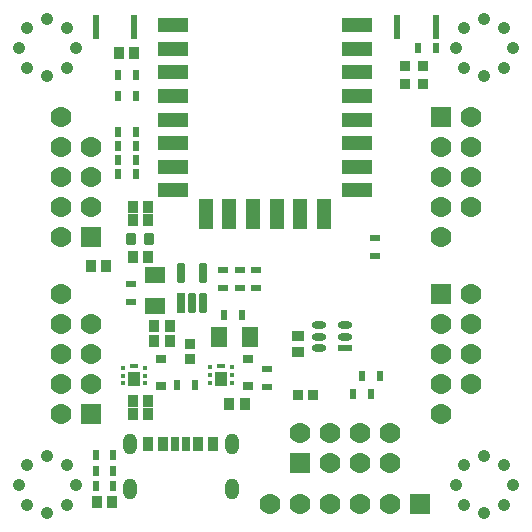
<source format=gts>
G04*
G04 #@! TF.GenerationSoftware,Altium Limited,Altium Designer,24.10.1 (45)*
G04*
G04 Layer_Color=8388736*
%FSLAX43Y43*%
%MOMM*%
G71*
G04*
G04 #@! TF.SameCoordinates,82C0A6C9-C4C8-43BB-9ED8-C2E15B313AAA*
G04*
G04*
G04 #@! TF.FilePolarity,Negative*
G04*
G01*
G75*
%ADD20R,1.400X1.800*%
%ADD39R,1.800X1.400*%
%ADD47R,0.776X1.276*%
%ADD48R,0.836X1.276*%
%ADD49R,0.876X1.276*%
%ADD50R,0.430X0.350*%
%ADD51R,1.100X1.250*%
%ADD52R,0.660X0.350*%
%ADD53R,0.826X0.826*%
%ADD54R,0.626X2.076*%
G04:AMPARAMS|DCode=55|XSize=0.726mm|YSize=1.676mm|CornerRadius=0.152mm|HoleSize=0mm|Usage=FLASHONLY|Rotation=180.000|XOffset=0mm|YOffset=0mm|HoleType=Round|Shape=RoundedRectangle|*
%AMROUNDEDRECTD55*
21,1,0.726,1.373,0,0,180.0*
21,1,0.422,1.676,0,0,180.0*
1,1,0.304,-0.211,0.686*
1,1,0.304,0.211,0.686*
1,1,0.304,0.211,-0.686*
1,1,0.304,-0.211,-0.686*
%
%ADD55ROUNDEDRECTD55*%
%ADD56R,0.726X1.676*%
%ADD57R,2.616X1.219*%
%ADD58R,1.219X2.616*%
%ADD59R,1.232X0.612*%
G04:AMPARAMS|DCode=60|XSize=1.232mm|YSize=0.612mm|CornerRadius=0.306mm|HoleSize=0mm|Usage=FLASHONLY|Rotation=180.000|XOffset=0mm|YOffset=0mm|HoleType=Round|Shape=RoundedRectangle|*
%AMROUNDEDRECTD60*
21,1,1.232,0.000,0,0,180.0*
21,1,0.620,0.612,0,0,180.0*
1,1,0.612,-0.310,0.000*
1,1,0.612,0.310,0.000*
1,1,0.612,0.310,0.000*
1,1,0.612,-0.310,0.000*
%
%ADD60ROUNDEDRECTD60*%
%ADD61R,0.834X0.888*%
%ADD62R,0.576X0.876*%
%ADD63R,0.906X0.701*%
%ADD64R,0.876X0.976*%
G04:AMPARAMS|DCode=65|XSize=0.876mm|YSize=1.076mm|CornerRadius=0.138mm|HoleSize=0mm|Usage=FLASHONLY|Rotation=0.000|XOffset=0mm|YOffset=0mm|HoleType=Round|Shape=RoundedRectangle|*
%AMROUNDEDRECTD65*
21,1,0.876,0.800,0,0,0.0*
21,1,0.600,1.076,0,0,0.0*
1,1,0.276,0.300,-0.400*
1,1,0.276,-0.300,-0.400*
1,1,0.276,-0.300,0.400*
1,1,0.276,0.300,0.400*
%
%ADD65ROUNDEDRECTD65*%
%ADD66R,0.876X0.576*%
%ADD67R,0.976X0.876*%
%ADD68R,0.888X0.834*%
G04:AMPARAMS|DCode=69|XSize=1.176mm|YSize=1.776mm|CornerRadius=0.588mm|HoleSize=0mm|Usage=FLASHONLY|Rotation=0.000|XOffset=0mm|YOffset=0mm|HoleType=Round|Shape=RoundedRectangle|*
%AMROUNDEDRECTD69*
21,1,1.176,0.600,0,0,0.0*
21,1,0.000,1.776,0,0,0.0*
1,1,1.176,0.000,-0.300*
1,1,1.176,0.000,-0.300*
1,1,1.176,0.000,0.300*
1,1,1.176,0.000,0.300*
%
%ADD69ROUNDEDRECTD69*%
G04:AMPARAMS|DCode=70|XSize=1.776mm|YSize=1.776mm|CornerRadius=0.888mm|HoleSize=0mm|Usage=FLASHONLY|Rotation=0.000|XOffset=0mm|YOffset=0mm|HoleType=Round|Shape=RoundedRectangle|*
%AMROUNDEDRECTD70*
21,1,1.776,0.000,0,0,0.0*
21,1,0.000,1.776,0,0,0.0*
1,1,1.776,0.000,0.000*
1,1,1.776,0.000,0.000*
1,1,1.776,0.000,0.000*
1,1,1.776,0.000,0.000*
%
%ADD70ROUNDEDRECTD70*%
%ADD71R,1.776X1.776*%
%ADD72R,1.776X1.776*%
G04:AMPARAMS|DCode=73|XSize=1.776mm|YSize=1.776mm|CornerRadius=0.888mm|HoleSize=0mm|Usage=FLASHONLY|Rotation=90.000|XOffset=0mm|YOffset=0mm|HoleType=Round|Shape=RoundedRectangle|*
%AMROUNDEDRECTD73*
21,1,1.776,0.000,0,0,90.0*
21,1,0.000,1.776,0,0,90.0*
1,1,1.776,0.000,0.000*
1,1,1.776,0.000,0.000*
1,1,1.776,0.000,0.000*
1,1,1.776,0.000,0.000*
%
%ADD73ROUNDEDRECTD73*%
%ADD74C,1.076*%
D20*
X20660Y16027D02*
D03*
X18060D02*
D03*
D39*
X12571Y21241D02*
D03*
Y18641D02*
D03*
D47*
X15275Y6980D02*
D03*
X14275D02*
D03*
D48*
X16295D02*
D03*
X13255D02*
D03*
D49*
X17525D02*
D03*
X12025D02*
D03*
D50*
X11800Y12088D02*
D03*
Y12738D02*
D03*
Y13388D02*
D03*
X9930D02*
D03*
Y12738D02*
D03*
Y12088D02*
D03*
X17243Y12118D02*
D03*
Y12768D02*
D03*
Y13418D02*
D03*
X19113D02*
D03*
Y12768D02*
D03*
Y12118D02*
D03*
D51*
X10865Y12453D02*
D03*
X18178Y12483D02*
D03*
D52*
X10865Y13513D02*
D03*
X18178Y13543D02*
D03*
D53*
X33815Y38957D02*
D03*
X35315Y37457D02*
D03*
X33815D02*
D03*
X35315Y38957D02*
D03*
D54*
X33125Y42250D02*
D03*
X36375D02*
D03*
X10875D02*
D03*
X7625D02*
D03*
D55*
X16702Y21385D02*
D03*
X14802D02*
D03*
X16702Y18885D02*
D03*
X15752D02*
D03*
D56*
X14802D02*
D03*
D57*
X14164Y28408D02*
D03*
X29675D02*
D03*
Y30408D02*
D03*
Y32408D02*
D03*
Y34408D02*
D03*
Y36408D02*
D03*
Y38408D02*
D03*
Y40408D02*
D03*
X14164Y42408D02*
D03*
Y40408D02*
D03*
Y38408D02*
D03*
Y36408D02*
D03*
Y34408D02*
D03*
Y32408D02*
D03*
Y30408D02*
D03*
X29675Y42408D02*
D03*
D58*
X26914Y26408D02*
D03*
X24914D02*
D03*
X22914D02*
D03*
X20914D02*
D03*
X18914D02*
D03*
X16914D02*
D03*
D59*
X28687Y15077D02*
D03*
D60*
Y16027D02*
D03*
Y16977D02*
D03*
X26537D02*
D03*
Y16027D02*
D03*
Y15077D02*
D03*
D61*
X24710Y11115D02*
D03*
X25964D02*
D03*
D62*
X29417Y11159D02*
D03*
X30917D02*
D03*
X31671Y12713D02*
D03*
X36375Y40436D02*
D03*
X34875D02*
D03*
X10975Y30970D02*
D03*
X9475D02*
D03*
X10975Y32164D02*
D03*
X9475D02*
D03*
Y38209D02*
D03*
X10975D02*
D03*
X9475Y36408D02*
D03*
X10975D02*
D03*
X30171Y12713D02*
D03*
X19983Y17828D02*
D03*
X18483D02*
D03*
X10975Y33359D02*
D03*
X9475D02*
D03*
Y29775D02*
D03*
X10975D02*
D03*
X9092Y3355D02*
D03*
X7592D02*
D03*
X9092Y5980D02*
D03*
X7592D02*
D03*
X14498Y11914D02*
D03*
X15998D02*
D03*
X9092Y4668D02*
D03*
X7592D02*
D03*
D63*
X20474Y11874D02*
D03*
Y14099D02*
D03*
X13133Y11874D02*
D03*
Y14099D02*
D03*
D64*
X12028Y27043D02*
D03*
X10728D02*
D03*
X9575Y40010D02*
D03*
X10875D02*
D03*
X12028Y22807D02*
D03*
X10728D02*
D03*
X10756Y9445D02*
D03*
X12056D02*
D03*
X13848Y15670D02*
D03*
X12548D02*
D03*
X12028Y25903D02*
D03*
X10728D02*
D03*
X20201Y10326D02*
D03*
X18901D02*
D03*
X7686Y2043D02*
D03*
X8986D02*
D03*
X12562Y16932D02*
D03*
X13862D02*
D03*
X12056Y10572D02*
D03*
X10756D02*
D03*
X8469Y21986D02*
D03*
X7169D02*
D03*
D65*
X12071Y24339D02*
D03*
X10571D02*
D03*
D66*
X31244Y22869D02*
D03*
Y24369D02*
D03*
X10599Y18971D02*
D03*
Y20471D02*
D03*
X18371Y21675D02*
D03*
Y20175D02*
D03*
X19785D02*
D03*
Y21675D02*
D03*
X22066Y11774D02*
D03*
Y13274D02*
D03*
X21199Y21675D02*
D03*
Y20175D02*
D03*
D67*
X24693Y16059D02*
D03*
Y14759D02*
D03*
D68*
X15542Y15391D02*
D03*
Y14137D02*
D03*
D69*
X19095Y3100D02*
D03*
X10455D02*
D03*
X19095Y6900D02*
D03*
X10455D02*
D03*
D70*
X39340Y12040D02*
D03*
X36800D02*
D03*
X39340Y14580D02*
D03*
X36800D02*
D03*
X39340Y17120D02*
D03*
X36800D02*
D03*
X39340Y19660D02*
D03*
X36800Y9500D02*
D03*
X4660Y24500D02*
D03*
X7200Y27040D02*
D03*
X4660D02*
D03*
X7200Y29580D02*
D03*
X4660D02*
D03*
X7200Y32120D02*
D03*
X4660D02*
D03*
Y34660D02*
D03*
X36800Y24500D02*
D03*
X39340Y34660D02*
D03*
X36800Y32120D02*
D03*
X39340D02*
D03*
X36800Y29580D02*
D03*
X39340D02*
D03*
X36800Y27040D02*
D03*
X39340D02*
D03*
X4660Y9500D02*
D03*
X7200Y12040D02*
D03*
X4660D02*
D03*
X7200Y14580D02*
D03*
X4660D02*
D03*
X7200Y17120D02*
D03*
X4660D02*
D03*
Y19660D02*
D03*
D71*
X36800D02*
D03*
X7200Y24500D02*
D03*
X36800Y34660D02*
D03*
X7200Y9500D02*
D03*
D72*
X24920Y5310D02*
D03*
X35086Y1837D02*
D03*
D73*
X24920Y7850D02*
D03*
X27460Y5310D02*
D03*
Y7850D02*
D03*
X30000Y5310D02*
D03*
Y7850D02*
D03*
X32540Y5310D02*
D03*
Y7850D02*
D03*
X30006Y1837D02*
D03*
X32546D02*
D03*
X22386D02*
D03*
X24926D02*
D03*
X27466D02*
D03*
D74*
X3500Y38100D02*
D03*
X1803Y38803D02*
D03*
X1100Y40500D02*
D03*
X1803Y42197D02*
D03*
X3500Y42900D02*
D03*
X5197Y42197D02*
D03*
X5900Y40500D02*
D03*
X5197Y38803D02*
D03*
Y1803D02*
D03*
X5900Y3500D02*
D03*
X5197Y5197D02*
D03*
X3500Y5900D02*
D03*
X1803Y5197D02*
D03*
X1100Y3500D02*
D03*
X1803Y1803D02*
D03*
X3500Y1100D02*
D03*
X42197Y38803D02*
D03*
X42900Y40500D02*
D03*
X42197Y42197D02*
D03*
X40500Y42900D02*
D03*
X38803Y42197D02*
D03*
X38100Y40500D02*
D03*
X38803Y38803D02*
D03*
X40500Y38100D02*
D03*
X42197Y1803D02*
D03*
X42900Y3500D02*
D03*
X42197Y5197D02*
D03*
X40500Y5900D02*
D03*
X38803Y5197D02*
D03*
X38100Y3500D02*
D03*
X38803Y1803D02*
D03*
X40500Y1100D02*
D03*
M02*

</source>
